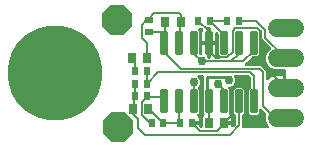
<source format=gbr>
G04 EAGLE Gerber RS-274X export*
G75*
%MOMM*%
%FSLAX34Y34*%
%LPD*%
%INTop Copper*%
%IPPOS*%
%AMOC8*
5,1,8,0,0,1.08239X$1,22.5*%
G01*
%ADD10C,0.300000*%
%ADD11R,0.600000X0.700000*%
%ADD12R,0.700000X0.600000*%
%ADD13R,0.700000X0.900000*%
%ADD14C,1.524000*%
%ADD15P,2.763017X8X112.500000*%
%ADD16C,8.000000*%
%ADD17P,2.763017X8X22.500000*%
%ADD18C,0.152400*%
%ADD19C,0.756400*%
%ADD20C,0.254000*%

G36*
X316338Y206550D02*
X316338Y206550D01*
X316481Y206563D01*
X316496Y206569D01*
X316513Y206571D01*
X316645Y206622D01*
X316780Y206671D01*
X316794Y206680D01*
X316809Y206686D01*
X316925Y206769D01*
X317043Y206849D01*
X317054Y206862D01*
X317068Y206871D01*
X317159Y206981D01*
X317254Y207088D01*
X317261Y207103D01*
X317272Y207115D01*
X317333Y207244D01*
X317398Y207371D01*
X317402Y207387D01*
X317409Y207402D01*
X317437Y207542D01*
X317468Y207681D01*
X317467Y207698D01*
X317471Y207714D01*
X317463Y207856D01*
X317458Y207999D01*
X317454Y208015D01*
X317453Y208032D01*
X317410Y208168D01*
X317370Y208305D01*
X317361Y208319D01*
X317356Y208335D01*
X317281Y208455D01*
X317208Y208579D01*
X317193Y208596D01*
X317188Y208604D01*
X317174Y208617D01*
X317102Y208699D01*
X316351Y209450D01*
X314959Y212811D01*
X314959Y216449D01*
X315387Y217481D01*
X315395Y217510D01*
X315408Y217536D01*
X315412Y217553D01*
X315417Y217563D01*
X315431Y217637D01*
X315436Y217663D01*
X315471Y217788D01*
X315471Y217817D01*
X315478Y217846D01*
X315474Y217976D01*
X315476Y218106D01*
X315469Y218135D01*
X315468Y218164D01*
X315432Y218289D01*
X315402Y218415D01*
X315388Y218441D01*
X315380Y218470D01*
X315314Y218581D01*
X315253Y218696D01*
X315233Y218718D01*
X315218Y218744D01*
X315112Y218864D01*
X311491Y222485D01*
X311382Y222570D01*
X311275Y222658D01*
X311256Y222667D01*
X311240Y222680D01*
X311112Y222735D01*
X310987Y222794D01*
X310967Y222798D01*
X310948Y222806D01*
X310810Y222828D01*
X310674Y222854D01*
X310654Y222853D01*
X310634Y222856D01*
X310495Y222843D01*
X310357Y222834D01*
X310338Y222828D01*
X310318Y222826D01*
X310186Y222779D01*
X310055Y222736D01*
X310037Y222725D01*
X310018Y222718D01*
X309903Y222640D01*
X309786Y222566D01*
X309772Y222551D01*
X309755Y222540D01*
X309663Y222435D01*
X309568Y222334D01*
X309558Y222317D01*
X309545Y222301D01*
X309481Y222177D01*
X309414Y222056D01*
X309409Y222036D01*
X309400Y222018D01*
X309370Y221882D01*
X309335Y221748D01*
X309333Y221720D01*
X309330Y221708D01*
X309331Y221687D01*
X309325Y221587D01*
X309325Y219647D01*
X307553Y217875D01*
X302047Y217875D01*
X300275Y219647D01*
X300275Y238853D01*
X302142Y240719D01*
X302202Y240797D01*
X302270Y240869D01*
X302299Y240922D01*
X302336Y240970D01*
X302376Y241061D01*
X302424Y241148D01*
X302439Y241207D01*
X302463Y241262D01*
X302478Y241360D01*
X302503Y241456D01*
X302509Y241556D01*
X302513Y241576D01*
X302511Y241589D01*
X302513Y241617D01*
X302513Y248717D01*
X302501Y248815D01*
X302498Y248914D01*
X302481Y248972D01*
X302473Y249033D01*
X302437Y249125D01*
X302409Y249220D01*
X302379Y249272D01*
X302356Y249328D01*
X302298Y249408D01*
X302248Y249494D01*
X302182Y249569D01*
X302170Y249586D01*
X302160Y249593D01*
X302142Y249615D01*
X300669Y251088D01*
X300590Y251148D01*
X300518Y251216D01*
X300465Y251245D01*
X300417Y251282D01*
X300326Y251322D01*
X300240Y251370D01*
X300181Y251385D01*
X300125Y251409D01*
X300027Y251424D01*
X299932Y251449D01*
X299832Y251455D01*
X299811Y251459D01*
X299799Y251457D01*
X299771Y251459D01*
X289176Y251459D01*
X289127Y251453D01*
X289077Y251455D01*
X288970Y251433D01*
X288860Y251419D01*
X288814Y251401D01*
X288766Y251391D01*
X288667Y251343D01*
X288565Y251302D01*
X288525Y251273D01*
X288480Y251251D01*
X288396Y251180D01*
X288307Y251116D01*
X288276Y251077D01*
X288238Y251045D01*
X288175Y250955D01*
X288105Y250871D01*
X288083Y250826D01*
X288055Y250785D01*
X288016Y250682D01*
X287969Y250583D01*
X287960Y250534D01*
X287942Y250488D01*
X287930Y250378D01*
X287909Y250271D01*
X287912Y250221D01*
X287907Y250172D01*
X287922Y250063D01*
X287929Y249953D01*
X287944Y249906D01*
X287951Y249857D01*
X288003Y249704D01*
X288744Y247916D01*
X288744Y245804D01*
X287936Y243854D01*
X286444Y242361D01*
X284493Y241553D01*
X284289Y241553D01*
X284151Y241536D01*
X284012Y241523D01*
X283993Y241516D01*
X283973Y241513D01*
X283844Y241462D01*
X283713Y241415D01*
X283696Y241404D01*
X283677Y241396D01*
X283565Y241315D01*
X283450Y241237D01*
X283436Y241221D01*
X283420Y241210D01*
X283331Y241102D01*
X283239Y240998D01*
X283230Y240980D01*
X283217Y240965D01*
X283158Y240838D01*
X283095Y240715D01*
X283090Y240695D01*
X283082Y240677D01*
X283056Y240540D01*
X283025Y240405D01*
X283026Y240384D01*
X283022Y240365D01*
X283031Y240226D01*
X283035Y240087D01*
X283040Y240067D01*
X283042Y240047D01*
X283084Y239915D01*
X283123Y239781D01*
X283133Y239764D01*
X283140Y239745D01*
X283214Y239627D01*
X283285Y239507D01*
X283303Y239486D01*
X283310Y239476D01*
X283325Y239462D01*
X283391Y239387D01*
X283925Y238853D01*
X283925Y219647D01*
X283891Y219613D01*
X283814Y219514D01*
X283732Y219419D01*
X283717Y219389D01*
X283696Y219362D01*
X283646Y219247D01*
X283590Y219134D01*
X283583Y219101D01*
X283570Y219070D01*
X283550Y218946D01*
X283524Y218823D01*
X283525Y218789D01*
X283520Y218756D01*
X283532Y218631D01*
X283537Y218505D01*
X283546Y218473D01*
X283550Y218439D01*
X283592Y218321D01*
X283628Y218201D01*
X283646Y218172D01*
X283657Y218140D01*
X283728Y218036D01*
X283793Y217928D01*
X283817Y217905D01*
X283836Y217877D01*
X283930Y217794D01*
X284020Y217706D01*
X284060Y217679D01*
X284074Y217667D01*
X284093Y217657D01*
X284154Y217617D01*
X284610Y217353D01*
X285083Y216880D01*
X285418Y216301D01*
X285591Y215654D01*
X285591Y212569D01*
X280030Y212569D01*
X279912Y212554D01*
X279793Y212547D01*
X279755Y212534D01*
X279715Y212529D01*
X279604Y212486D01*
X279491Y212449D01*
X279457Y212427D01*
X279419Y212412D01*
X279323Y212343D01*
X279222Y212279D01*
X279194Y212249D01*
X279162Y212226D01*
X279086Y212134D01*
X279004Y212047D01*
X278985Y212012D01*
X278959Y211981D01*
X278908Y211873D01*
X278851Y211769D01*
X278841Y211729D01*
X278823Y211693D01*
X278801Y211576D01*
X278795Y211574D01*
X278754Y211569D01*
X278644Y211525D01*
X278531Y211489D01*
X278496Y211467D01*
X278459Y211452D01*
X278362Y211382D01*
X278262Y211319D01*
X278234Y211289D01*
X278201Y211265D01*
X278125Y211174D01*
X278044Y211087D01*
X278024Y211052D01*
X277999Y211020D01*
X277948Y210913D01*
X277890Y210808D01*
X277880Y210769D01*
X277863Y210733D01*
X277841Y210616D01*
X277811Y210500D01*
X277807Y210440D01*
X277803Y210420D01*
X277805Y210400D01*
X277801Y210340D01*
X277801Y208019D01*
X277815Y207905D01*
X277822Y207789D01*
X277835Y207747D01*
X277841Y207703D01*
X277883Y207596D01*
X277918Y207486D01*
X277941Y207449D01*
X277958Y207408D01*
X278025Y207314D01*
X278087Y207216D01*
X278118Y207186D01*
X278144Y207150D01*
X278233Y207077D01*
X278317Y206997D01*
X278355Y206976D01*
X278389Y206947D01*
X278494Y206898D01*
X278594Y206842D01*
X278637Y206831D01*
X278677Y206812D01*
X278790Y206790D01*
X278902Y206761D01*
X278969Y206756D01*
X278989Y206752D01*
X279009Y206753D01*
X279063Y206750D01*
X280023Y206744D01*
X280144Y206759D01*
X280267Y206766D01*
X280302Y206778D01*
X280338Y206782D01*
X280453Y206827D01*
X280569Y206864D01*
X280600Y206884D01*
X280635Y206897D01*
X280735Y206969D01*
X280838Y207034D01*
X280863Y207061D01*
X280893Y207083D01*
X280972Y207177D01*
X281056Y207266D01*
X281074Y207298D01*
X281097Y207326D01*
X281150Y207437D01*
X281210Y207545D01*
X281219Y207580D01*
X281235Y207613D01*
X281258Y207734D01*
X281289Y207853D01*
X281292Y207906D01*
X281296Y207925D01*
X281295Y207947D01*
X281299Y208013D01*
X281299Y209071D01*
X285591Y209071D01*
X285591Y208577D01*
X285608Y208439D01*
X285621Y208301D01*
X285628Y208281D01*
X285631Y208261D01*
X285682Y208132D01*
X285729Y208001D01*
X285740Y207984D01*
X285748Y207966D01*
X285829Y207853D01*
X285907Y207738D01*
X285923Y207725D01*
X285934Y207708D01*
X286042Y207620D01*
X286146Y207528D01*
X286164Y207518D01*
X286179Y207506D01*
X286305Y207446D01*
X286429Y207383D01*
X286449Y207379D01*
X286467Y207370D01*
X286604Y207344D01*
X286739Y207313D01*
X286760Y207314D01*
X286779Y207310D01*
X286918Y207319D01*
X287057Y207323D01*
X287077Y207329D01*
X287097Y207330D01*
X287229Y207373D01*
X287363Y207411D01*
X287380Y207422D01*
X287399Y207428D01*
X287517Y207502D01*
X287637Y207573D01*
X287658Y207592D01*
X287668Y207598D01*
X287682Y207613D01*
X287757Y207679D01*
X289442Y209363D01*
X289502Y209442D01*
X289570Y209514D01*
X289599Y209567D01*
X289636Y209615D01*
X289676Y209706D01*
X289724Y209792D01*
X289739Y209851D01*
X289763Y209907D01*
X289778Y210004D01*
X289803Y210100D01*
X289809Y210200D01*
X289813Y210221D01*
X289811Y210233D01*
X289813Y210261D01*
X289813Y216883D01*
X289801Y216982D01*
X289798Y217081D01*
X289781Y217139D01*
X289773Y217199D01*
X289737Y217291D01*
X289709Y217386D01*
X289679Y217438D01*
X289656Y217495D01*
X289598Y217575D01*
X289548Y217660D01*
X289482Y217735D01*
X289470Y217752D01*
X289460Y217760D01*
X289442Y217781D01*
X287575Y219647D01*
X287575Y238853D01*
X289347Y240625D01*
X294853Y240625D01*
X296625Y238853D01*
X296625Y219647D01*
X294758Y217781D01*
X294698Y217703D01*
X294630Y217631D01*
X294601Y217578D01*
X294564Y217530D01*
X294524Y217439D01*
X294476Y217352D01*
X294461Y217293D01*
X294437Y217238D01*
X294422Y217140D01*
X294397Y217044D01*
X294391Y216944D01*
X294387Y216924D01*
X294389Y216911D01*
X294387Y216883D01*
X294387Y207922D01*
X294401Y207808D01*
X294408Y207692D01*
X294421Y207650D01*
X294427Y207606D01*
X294469Y207499D01*
X294504Y207389D01*
X294527Y207352D01*
X294544Y207311D01*
X294611Y207217D01*
X294673Y207120D01*
X294704Y207089D01*
X294730Y207053D01*
X294819Y206980D01*
X294903Y206900D01*
X294941Y206879D01*
X294975Y206851D01*
X295080Y206802D01*
X295180Y206745D01*
X295223Y206734D01*
X295263Y206715D01*
X295376Y206693D01*
X295488Y206664D01*
X295555Y206659D01*
X295575Y206655D01*
X295595Y206656D01*
X295649Y206653D01*
X316197Y206533D01*
X316338Y206550D01*
G37*
G36*
X330826Y240046D02*
X330826Y240046D01*
X330945Y240053D01*
X330983Y240066D01*
X331024Y240071D01*
X331134Y240115D01*
X331247Y240151D01*
X331282Y240173D01*
X331319Y240188D01*
X331415Y240258D01*
X331516Y240321D01*
X331544Y240351D01*
X331577Y240375D01*
X331653Y240466D01*
X331734Y240553D01*
X331754Y240588D01*
X331779Y240620D01*
X331830Y240727D01*
X331888Y240832D01*
X331898Y240871D01*
X331915Y240907D01*
X331937Y241024D01*
X331967Y241139D01*
X331971Y241200D01*
X331975Y241220D01*
X331973Y241240D01*
X331977Y241300D01*
X331977Y255016D01*
X331962Y255134D01*
X331955Y255253D01*
X331942Y255291D01*
X331937Y255332D01*
X331894Y255442D01*
X331857Y255555D01*
X331835Y255590D01*
X331820Y255627D01*
X331751Y255723D01*
X331687Y255824D01*
X331657Y255852D01*
X331634Y255885D01*
X331542Y255961D01*
X331455Y256042D01*
X331420Y256062D01*
X331389Y256087D01*
X331281Y256138D01*
X331177Y256196D01*
X331137Y256206D01*
X331101Y256223D01*
X330984Y256245D01*
X330869Y256275D01*
X330809Y256279D01*
X330789Y256283D01*
X330768Y256281D01*
X330708Y256285D01*
X322285Y256285D01*
X318924Y257677D01*
X316351Y260250D01*
X314959Y263611D01*
X314959Y267249D01*
X316351Y270610D01*
X318933Y273192D01*
X319006Y273286D01*
X319085Y273375D01*
X319103Y273411D01*
X319128Y273443D01*
X319176Y273553D01*
X319230Y273658D01*
X319238Y273698D01*
X319255Y273735D01*
X319273Y273853D01*
X319299Y273969D01*
X319298Y274009D01*
X319304Y274049D01*
X319293Y274168D01*
X319290Y274287D01*
X319278Y274325D01*
X319275Y274366D01*
X319234Y274478D01*
X319201Y274592D01*
X319181Y274627D01*
X319167Y274665D01*
X319100Y274764D01*
X319040Y274866D01*
X319000Y274911D01*
X318988Y274928D01*
X318973Y274942D01*
X318933Y274987D01*
X311911Y282009D01*
X311911Y288341D01*
X311899Y288439D01*
X311896Y288538D01*
X311879Y288596D01*
X311871Y288657D01*
X311835Y288748D01*
X311808Y288843D01*
X311777Y288896D01*
X311754Y288952D01*
X311696Y289032D01*
X311646Y289117D01*
X311579Y289193D01*
X311568Y289210D01*
X311558Y289217D01*
X311540Y289238D01*
X311492Y289286D01*
X311382Y289372D01*
X311275Y289460D01*
X311256Y289469D01*
X311241Y289481D01*
X311113Y289537D01*
X310987Y289596D01*
X310967Y289600D01*
X310949Y289608D01*
X310811Y289630D01*
X310674Y289656D01*
X310654Y289655D01*
X310635Y289658D01*
X310496Y289645D01*
X310357Y289636D01*
X310338Y289630D01*
X310318Y289628D01*
X310187Y289581D01*
X310055Y289538D01*
X310038Y289527D01*
X310019Y289521D01*
X309904Y289442D01*
X309786Y289368D01*
X309772Y289353D01*
X309756Y289342D01*
X309664Y289238D01*
X309568Y289136D01*
X309558Y289119D01*
X309545Y289104D01*
X309482Y288980D01*
X309414Y288858D01*
X309409Y288838D01*
X309400Y288820D01*
X309370Y288684D01*
X309335Y288550D01*
X309333Y288522D01*
X309331Y288510D01*
X309331Y288490D01*
X309325Y288389D01*
X309325Y269147D01*
X307553Y267375D01*
X304043Y267375D01*
X303945Y267363D01*
X303846Y267360D01*
X303787Y267343D01*
X303727Y267335D01*
X303635Y267299D01*
X303540Y267271D01*
X303488Y267241D01*
X303432Y267218D01*
X303352Y267160D01*
X303266Y267110D01*
X303191Y267044D01*
X303174Y267032D01*
X303167Y267022D01*
X303145Y267004D01*
X298624Y262483D01*
X298624Y262482D01*
X297389Y261247D01*
X297305Y261138D01*
X297216Y261031D01*
X297207Y261012D01*
X297194Y260996D01*
X297139Y260869D01*
X297080Y260743D01*
X297076Y260723D01*
X297068Y260704D01*
X297046Y260566D01*
X297020Y260430D01*
X297021Y260410D01*
X297018Y260390D01*
X297031Y260251D01*
X297040Y260113D01*
X297046Y260094D01*
X297048Y260074D01*
X297095Y259942D01*
X297138Y259811D01*
X297149Y259793D01*
X297156Y259774D01*
X297234Y259659D01*
X297308Y259542D01*
X297323Y259528D01*
X297334Y259511D01*
X297438Y259419D01*
X297540Y259324D01*
X297558Y259314D01*
X297573Y259301D01*
X297696Y259238D01*
X297818Y259170D01*
X297838Y259165D01*
X297856Y259156D01*
X297992Y259126D01*
X298126Y259091D01*
X298154Y259089D01*
X298166Y259086D01*
X298187Y259087D01*
X298287Y259081D01*
X310573Y259081D01*
X314707Y254947D01*
X314707Y248066D01*
X314724Y247928D01*
X314737Y247790D01*
X314744Y247771D01*
X314747Y247751D01*
X314798Y247621D01*
X314845Y247491D01*
X314856Y247474D01*
X314864Y247455D01*
X314945Y247343D01*
X315023Y247228D01*
X315039Y247214D01*
X315050Y247198D01*
X315158Y247109D01*
X315262Y247017D01*
X315280Y247008D01*
X315295Y246995D01*
X315421Y246936D01*
X315545Y246873D01*
X315565Y246868D01*
X315583Y246859D01*
X315720Y246833D01*
X315855Y246803D01*
X315876Y246804D01*
X315895Y246800D01*
X316034Y246808D01*
X316173Y246813D01*
X316193Y246818D01*
X316213Y246819D01*
X316345Y246862D01*
X316479Y246901D01*
X316496Y246911D01*
X316515Y246917D01*
X316633Y246992D01*
X316753Y247063D01*
X316774Y247081D01*
X316784Y247088D01*
X316798Y247103D01*
X316874Y247169D01*
X317485Y247780D01*
X318779Y248720D01*
X320204Y249446D01*
X321725Y249941D01*
X323304Y250191D01*
X329185Y250191D01*
X329185Y241300D01*
X329200Y241182D01*
X329207Y241063D01*
X329220Y241025D01*
X329225Y240985D01*
X329268Y240874D01*
X329305Y240761D01*
X329327Y240727D01*
X329342Y240689D01*
X329412Y240593D01*
X329475Y240492D01*
X329505Y240464D01*
X329528Y240432D01*
X329620Y240356D01*
X329707Y240274D01*
X329742Y240255D01*
X329773Y240229D01*
X329881Y240178D01*
X329985Y240121D01*
X330025Y240110D01*
X330061Y240093D01*
X330178Y240071D01*
X330293Y240041D01*
X330354Y240037D01*
X330374Y240033D01*
X330394Y240035D01*
X330454Y240031D01*
X330708Y240031D01*
X330826Y240046D01*
G37*
G36*
X267048Y265360D02*
X267048Y265360D01*
X267167Y265367D01*
X267205Y265380D01*
X267246Y265385D01*
X267356Y265428D01*
X267469Y265465D01*
X267504Y265487D01*
X267541Y265502D01*
X267637Y265571D01*
X267738Y265635D01*
X267766Y265665D01*
X267799Y265688D01*
X267875Y265780D01*
X267956Y265867D01*
X267976Y265902D01*
X268001Y265933D01*
X268052Y266041D01*
X268110Y266145D01*
X268120Y266185D01*
X268137Y266221D01*
X268159Y266338D01*
X268189Y266453D01*
X268193Y266513D01*
X268197Y266533D01*
X268195Y266554D01*
X268199Y266614D01*
X268199Y277251D01*
X272241Y277251D01*
X272241Y269868D01*
X271965Y268840D01*
X271433Y267919D01*
X271026Y267512D01*
X270941Y267402D01*
X270852Y267295D01*
X270843Y267276D01*
X270831Y267260D01*
X270776Y267132D01*
X270717Y267007D01*
X270713Y266987D01*
X270705Y266968D01*
X270683Y266830D01*
X270657Y266694D01*
X270658Y266674D01*
X270655Y266654D01*
X270668Y266515D01*
X270676Y266377D01*
X270683Y266358D01*
X270685Y266338D01*
X270732Y266207D01*
X270775Y266075D01*
X270785Y266057D01*
X270792Y266038D01*
X270870Y265924D01*
X270945Y265806D01*
X270959Y265792D01*
X270971Y265775D01*
X271075Y265683D01*
X271176Y265588D01*
X271194Y265578D01*
X271209Y265565D01*
X271333Y265502D01*
X271455Y265434D01*
X271474Y265429D01*
X271492Y265420D01*
X271628Y265390D01*
X271763Y265355D01*
X271791Y265353D01*
X271803Y265350D01*
X271823Y265351D01*
X271923Y265345D01*
X275613Y265345D01*
X275751Y265362D01*
X275890Y265375D01*
X275909Y265382D01*
X275929Y265385D01*
X276058Y265436D01*
X276189Y265483D01*
X276206Y265494D01*
X276225Y265502D01*
X276337Y265583D01*
X276452Y265661D01*
X276466Y265677D01*
X276482Y265688D01*
X276571Y265796D01*
X276663Y265900D01*
X276672Y265918D01*
X276685Y265933D01*
X276744Y266059D01*
X276807Y266183D01*
X276812Y266203D01*
X276820Y266221D01*
X276846Y266358D01*
X276877Y266493D01*
X276876Y266514D01*
X276880Y266533D01*
X276871Y266672D01*
X276867Y266811D01*
X276862Y266831D01*
X276860Y266851D01*
X276818Y266983D01*
X276779Y267117D01*
X276769Y267134D01*
X276762Y267153D01*
X276688Y267271D01*
X276617Y267391D01*
X276599Y267412D01*
X276592Y267422D01*
X276577Y267436D01*
X276511Y267511D01*
X274875Y269147D01*
X274875Y286435D01*
X274863Y286533D01*
X274860Y286632D01*
X274843Y286690D01*
X274835Y286751D01*
X274799Y286842D01*
X274772Y286938D01*
X274741Y286990D01*
X274718Y287046D01*
X274660Y287126D01*
X274610Y287212D01*
X274544Y287287D01*
X274532Y287304D01*
X274522Y287311D01*
X274504Y287332D01*
X274408Y287428D01*
X274316Y287499D01*
X274293Y287522D01*
X274280Y287529D01*
X274191Y287602D01*
X274172Y287611D01*
X274156Y287623D01*
X274029Y287679D01*
X273903Y287738D01*
X273883Y287742D01*
X273865Y287750D01*
X273727Y287772D01*
X273590Y287798D01*
X273570Y287797D01*
X273550Y287800D01*
X273412Y287787D01*
X273273Y287778D01*
X273254Y287772D01*
X273234Y287770D01*
X273103Y287723D01*
X272971Y287680D01*
X272954Y287669D01*
X272935Y287662D01*
X272819Y287584D01*
X272702Y287510D01*
X272688Y287495D01*
X272671Y287484D01*
X272579Y287380D01*
X272484Y287278D01*
X272474Y287261D01*
X272461Y287245D01*
X272398Y287121D01*
X272330Y287000D01*
X272325Y286980D01*
X272316Y286962D01*
X272286Y286826D01*
X272251Y286692D01*
X272249Y286664D01*
X272247Y286652D01*
X272247Y286632D01*
X272244Y286578D01*
X272243Y286576D01*
X272243Y286574D01*
X272241Y286531D01*
X272241Y280249D01*
X268199Y280249D01*
X268199Y290886D01*
X268184Y291004D01*
X268177Y291123D01*
X268164Y291161D01*
X268159Y291202D01*
X268116Y291312D01*
X268079Y291425D01*
X268057Y291460D01*
X268042Y291497D01*
X267973Y291593D01*
X267909Y291694D01*
X267879Y291722D01*
X267856Y291755D01*
X267764Y291831D01*
X267677Y291912D01*
X267642Y291932D01*
X267611Y291957D01*
X267503Y292008D01*
X267399Y292066D01*
X267359Y292076D01*
X267323Y292093D01*
X267206Y292115D01*
X267091Y292145D01*
X267031Y292149D01*
X267011Y292153D01*
X266990Y292151D01*
X266930Y292155D01*
X266470Y292155D01*
X266352Y292140D01*
X266233Y292133D01*
X266195Y292120D01*
X266154Y292115D01*
X266044Y292072D01*
X265931Y292035D01*
X265896Y292013D01*
X265859Y291998D01*
X265762Y291929D01*
X265662Y291865D01*
X265634Y291835D01*
X265601Y291812D01*
X265525Y291720D01*
X265444Y291633D01*
X265424Y291598D01*
X265399Y291567D01*
X265348Y291459D01*
X265290Y291355D01*
X265280Y291315D01*
X265263Y291279D01*
X265241Y291162D01*
X265211Y291047D01*
X265207Y290987D01*
X265203Y290967D01*
X265205Y290946D01*
X265201Y290886D01*
X265201Y280249D01*
X261159Y280249D01*
X261159Y287632D01*
X261435Y288660D01*
X261767Y289235D01*
X261818Y289358D01*
X261875Y289477D01*
X261880Y289504D01*
X261890Y289529D01*
X261910Y289660D01*
X261935Y289790D01*
X261933Y289816D01*
X261937Y289843D01*
X261923Y289975D01*
X261915Y290107D01*
X261906Y290133D01*
X261904Y290159D01*
X261858Y290283D01*
X261817Y290409D01*
X261802Y290432D01*
X261793Y290458D01*
X261717Y290566D01*
X261647Y290678D01*
X261627Y290697D01*
X261612Y290719D01*
X261511Y290805D01*
X261415Y290896D01*
X261391Y290909D01*
X261371Y290927D01*
X261252Y290986D01*
X261136Y291050D01*
X261110Y291056D01*
X261086Y291068D01*
X260956Y291096D01*
X260829Y291129D01*
X260790Y291131D01*
X260775Y291135D01*
X260753Y291134D01*
X260668Y291139D01*
X258803Y291139D01*
X258665Y291122D01*
X258526Y291109D01*
X258507Y291102D01*
X258487Y291099D01*
X258358Y291048D01*
X258227Y291001D01*
X258210Y290990D01*
X258191Y290982D01*
X258079Y290901D01*
X257964Y290823D01*
X257950Y290807D01*
X257934Y290796D01*
X257845Y290688D01*
X257753Y290584D01*
X257744Y290566D01*
X257731Y290551D01*
X257672Y290425D01*
X257609Y290301D01*
X257604Y290281D01*
X257596Y290263D01*
X257570Y290126D01*
X257539Y289991D01*
X257540Y289970D01*
X257536Y289951D01*
X257545Y289812D01*
X257549Y289673D01*
X257554Y289653D01*
X257556Y289633D01*
X257598Y289501D01*
X257637Y289367D01*
X257647Y289350D01*
X257654Y289331D01*
X257728Y289213D01*
X257799Y289093D01*
X257817Y289072D01*
X257824Y289062D01*
X257839Y289048D01*
X257905Y288973D01*
X258525Y288353D01*
X258525Y269593D01*
X258540Y269475D01*
X258547Y269356D01*
X258560Y269318D01*
X258565Y269277D01*
X258608Y269167D01*
X258645Y269054D01*
X258667Y269019D01*
X258682Y268982D01*
X258751Y268886D01*
X258815Y268785D01*
X258845Y268757D01*
X258868Y268724D01*
X258960Y268648D01*
X259047Y268567D01*
X259082Y268547D01*
X259113Y268522D01*
X259221Y268471D01*
X259325Y268413D01*
X259365Y268403D01*
X259401Y268386D01*
X259518Y268364D01*
X259633Y268334D01*
X259693Y268330D01*
X259713Y268326D01*
X259734Y268328D01*
X259794Y268324D01*
X259919Y268324D01*
X260044Y268339D01*
X260169Y268349D01*
X260201Y268359D01*
X260234Y268364D01*
X260351Y268410D01*
X260471Y268450D01*
X260499Y268468D01*
X260530Y268481D01*
X260632Y268554D01*
X260738Y268623D01*
X260760Y268648D01*
X260788Y268667D01*
X260868Y268764D01*
X260953Y268857D01*
X260969Y268886D01*
X260990Y268912D01*
X261044Y269026D01*
X261103Y269137D01*
X261112Y269170D01*
X261126Y269200D01*
X261149Y269323D01*
X261180Y269446D01*
X261179Y269479D01*
X261186Y269512D01*
X261178Y269638D01*
X261177Y269764D01*
X261167Y269812D01*
X261166Y269830D01*
X261159Y269850D01*
X261159Y277251D01*
X265201Y277251D01*
X265201Y266614D01*
X265216Y266496D01*
X265223Y266377D01*
X265235Y266339D01*
X265241Y266298D01*
X265284Y266187D01*
X265321Y266075D01*
X265343Y266040D01*
X265358Y266003D01*
X265427Y265907D01*
X265491Y265806D01*
X265521Y265778D01*
X265544Y265745D01*
X265636Y265669D01*
X265723Y265588D01*
X265758Y265568D01*
X265789Y265543D01*
X265897Y265492D01*
X266001Y265434D01*
X266041Y265424D01*
X266077Y265407D01*
X266194Y265385D01*
X266309Y265355D01*
X266369Y265351D01*
X266389Y265347D01*
X266410Y265349D01*
X266470Y265345D01*
X266930Y265345D01*
X267048Y265360D01*
G37*
G36*
X260370Y206874D02*
X260370Y206874D01*
X260493Y206882D01*
X260528Y206893D01*
X260564Y206897D01*
X260679Y206942D01*
X260795Y206980D01*
X260826Y206999D01*
X260861Y207013D01*
X260960Y207084D01*
X261064Y207150D01*
X261089Y207177D01*
X261119Y207198D01*
X261198Y207292D01*
X261282Y207382D01*
X261300Y207414D01*
X261323Y207442D01*
X261376Y207553D01*
X261436Y207660D01*
X261445Y207696D01*
X261461Y207729D01*
X261484Y207849D01*
X261515Y207968D01*
X261518Y208022D01*
X261522Y208041D01*
X261521Y208062D01*
X261525Y208129D01*
X261525Y215952D01*
X262699Y217125D01*
X262752Y217161D01*
X262766Y217177D01*
X262782Y217188D01*
X262871Y217296D01*
X262963Y217400D01*
X262972Y217418D01*
X262985Y217433D01*
X263044Y217559D01*
X263107Y217683D01*
X263112Y217703D01*
X263120Y217721D01*
X263146Y217858D01*
X263177Y217993D01*
X263176Y218014D01*
X263180Y218033D01*
X263172Y218172D01*
X263167Y218311D01*
X263162Y218331D01*
X263160Y218351D01*
X263118Y218483D01*
X263079Y218617D01*
X263069Y218634D01*
X263062Y218653D01*
X262988Y218771D01*
X262917Y218891D01*
X262899Y218912D01*
X262892Y218922D01*
X262877Y218936D01*
X262811Y219011D01*
X262175Y219647D01*
X262175Y238901D01*
X262204Y238938D01*
X262244Y239029D01*
X262292Y239116D01*
X262307Y239175D01*
X262331Y239230D01*
X262346Y239328D01*
X262371Y239424D01*
X262377Y239524D01*
X262381Y239544D01*
X262379Y239557D01*
X262381Y239585D01*
X262381Y250190D01*
X262366Y250308D01*
X262359Y250427D01*
X262346Y250465D01*
X262341Y250506D01*
X262298Y250616D01*
X262261Y250729D01*
X262239Y250764D01*
X262224Y250801D01*
X262155Y250897D01*
X262091Y250998D01*
X262061Y251026D01*
X262038Y251059D01*
X261946Y251135D01*
X261859Y251216D01*
X261824Y251236D01*
X261793Y251261D01*
X261685Y251312D01*
X261581Y251370D01*
X261541Y251380D01*
X261505Y251397D01*
X261388Y251419D01*
X261273Y251449D01*
X261213Y251453D01*
X261193Y251457D01*
X261172Y251455D01*
X261112Y251459D01*
X258220Y251459D01*
X258082Y251442D01*
X257943Y251429D01*
X257924Y251422D01*
X257904Y251419D01*
X257775Y251368D01*
X257644Y251321D01*
X257627Y251310D01*
X257609Y251302D01*
X257496Y251221D01*
X257381Y251143D01*
X257368Y251127D01*
X257351Y251116D01*
X257262Y251008D01*
X257171Y250904D01*
X257161Y250886D01*
X257148Y250871D01*
X257089Y250745D01*
X257026Y250621D01*
X257022Y250601D01*
X257013Y250583D01*
X256987Y250446D01*
X256956Y250311D01*
X256957Y250290D01*
X256953Y250271D01*
X256962Y250132D01*
X256966Y249993D01*
X256972Y249973D01*
X256973Y249953D01*
X257016Y249821D01*
X257054Y249687D01*
X257065Y249670D01*
X257071Y249651D01*
X257145Y249533D01*
X257216Y249413D01*
X257234Y249392D01*
X257241Y249382D01*
X257256Y249368D01*
X257322Y249293D01*
X258499Y248116D01*
X259307Y246166D01*
X259307Y244054D01*
X258499Y242104D01*
X257784Y241389D01*
X257711Y241295D01*
X257632Y241206D01*
X257614Y241170D01*
X257589Y241138D01*
X257541Y241028D01*
X257487Y240922D01*
X257479Y240883D01*
X257462Y240846D01*
X257444Y240728D01*
X257418Y240612D01*
X257419Y240572D01*
X257413Y240532D01*
X257424Y240413D01*
X257427Y240294D01*
X257439Y240255D01*
X257442Y240215D01*
X257483Y240103D01*
X257516Y239989D01*
X257536Y239954D01*
X257550Y239916D01*
X257617Y239817D01*
X257677Y239715D01*
X257717Y239669D01*
X257729Y239653D01*
X257744Y239639D01*
X257784Y239594D01*
X258525Y238853D01*
X258525Y219647D01*
X257118Y218240D01*
X257045Y218146D01*
X256966Y218057D01*
X256948Y218021D01*
X256923Y217989D01*
X256876Y217880D01*
X256822Y217774D01*
X256813Y217734D01*
X256797Y217697D01*
X256778Y217579D01*
X256752Y217463D01*
X256753Y217423D01*
X256747Y217383D01*
X256758Y217264D01*
X256762Y217146D01*
X256773Y217107D01*
X256777Y217066D01*
X256817Y216954D01*
X256850Y216840D01*
X256870Y216805D01*
X256884Y216767D01*
X256951Y216669D01*
X257011Y216566D01*
X257051Y216521D01*
X257063Y216504D01*
X257078Y216491D01*
X257118Y216445D01*
X257683Y215880D01*
X258018Y215301D01*
X258191Y214654D01*
X258191Y212319D01*
X252880Y212319D01*
X252762Y212304D01*
X252643Y212297D01*
X252605Y212284D01*
X252565Y212279D01*
X252454Y212236D01*
X252341Y212199D01*
X252307Y212177D01*
X252269Y212162D01*
X252173Y212093D01*
X252072Y212029D01*
X252044Y211999D01*
X252012Y211976D01*
X251936Y211884D01*
X251854Y211797D01*
X251835Y211762D01*
X251809Y211731D01*
X251758Y211623D01*
X251701Y211519D01*
X251691Y211479D01*
X251673Y211443D01*
X251651Y211326D01*
X251621Y211211D01*
X251617Y211151D01*
X251614Y211131D01*
X251615Y211110D01*
X251611Y211050D01*
X251611Y210590D01*
X251626Y210472D01*
X251633Y210353D01*
X251646Y210315D01*
X251651Y210274D01*
X251695Y210164D01*
X251731Y210051D01*
X251753Y210016D01*
X251768Y209979D01*
X251838Y209882D01*
X251901Y209782D01*
X251931Y209754D01*
X251955Y209721D01*
X252046Y209645D01*
X252133Y209564D01*
X252168Y209544D01*
X252200Y209519D01*
X252307Y209468D01*
X252412Y209410D01*
X252451Y209400D01*
X252487Y209383D01*
X252604Y209361D01*
X252720Y209331D01*
X252780Y209327D01*
X252800Y209323D01*
X252820Y209325D01*
X252880Y209321D01*
X258191Y209321D01*
X258191Y208133D01*
X258205Y208019D01*
X258212Y207904D01*
X258225Y207862D01*
X258231Y207818D01*
X258273Y207711D01*
X258308Y207601D01*
X258331Y207563D01*
X258348Y207522D01*
X258415Y207429D01*
X258477Y207331D01*
X258509Y207301D01*
X258534Y207265D01*
X258623Y207191D01*
X258707Y207112D01*
X258745Y207090D01*
X258779Y207062D01*
X258884Y207013D01*
X258984Y206957D01*
X259027Y206945D01*
X259067Y206926D01*
X259180Y206905D01*
X259292Y206875D01*
X259359Y206871D01*
X259379Y206867D01*
X259399Y206868D01*
X259453Y206864D01*
X260249Y206859D01*
X260370Y206874D01*
G37*
D10*
X230100Y237600D02*
X230100Y220900D01*
X227100Y220900D01*
X227100Y237600D01*
X230100Y237600D01*
X230100Y223750D02*
X227100Y223750D01*
X227100Y226600D02*
X230100Y226600D01*
X230100Y229450D02*
X227100Y229450D01*
X227100Y232300D02*
X230100Y232300D01*
X230100Y235150D02*
X227100Y235150D01*
X242800Y237600D02*
X242800Y220900D01*
X239800Y220900D01*
X239800Y237600D01*
X242800Y237600D01*
X242800Y223750D02*
X239800Y223750D01*
X239800Y226600D02*
X242800Y226600D01*
X242800Y229450D02*
X239800Y229450D01*
X239800Y232300D02*
X242800Y232300D01*
X242800Y235150D02*
X239800Y235150D01*
X255500Y237600D02*
X255500Y220900D01*
X252500Y220900D01*
X252500Y237600D01*
X255500Y237600D01*
X255500Y223750D02*
X252500Y223750D01*
X252500Y226600D02*
X255500Y226600D01*
X255500Y229450D02*
X252500Y229450D01*
X252500Y232300D02*
X255500Y232300D01*
X255500Y235150D02*
X252500Y235150D01*
X268200Y237600D02*
X268200Y220900D01*
X265200Y220900D01*
X265200Y237600D01*
X268200Y237600D01*
X268200Y223750D02*
X265200Y223750D01*
X265200Y226600D02*
X268200Y226600D01*
X268200Y229450D02*
X265200Y229450D01*
X265200Y232300D02*
X268200Y232300D01*
X268200Y235150D02*
X265200Y235150D01*
X280900Y237600D02*
X280900Y220900D01*
X277900Y220900D01*
X277900Y237600D01*
X280900Y237600D01*
X280900Y223750D02*
X277900Y223750D01*
X277900Y226600D02*
X280900Y226600D01*
X280900Y229450D02*
X277900Y229450D01*
X277900Y232300D02*
X280900Y232300D01*
X280900Y235150D02*
X277900Y235150D01*
X293600Y237600D02*
X293600Y220900D01*
X290600Y220900D01*
X290600Y237600D01*
X293600Y237600D01*
X293600Y223750D02*
X290600Y223750D01*
X290600Y226600D02*
X293600Y226600D01*
X293600Y229450D02*
X290600Y229450D01*
X290600Y232300D02*
X293600Y232300D01*
X293600Y235150D02*
X290600Y235150D01*
X306300Y237600D02*
X306300Y220900D01*
X303300Y220900D01*
X303300Y237600D01*
X306300Y237600D01*
X306300Y223750D02*
X303300Y223750D01*
X303300Y226600D02*
X306300Y226600D01*
X306300Y229450D02*
X303300Y229450D01*
X303300Y232300D02*
X306300Y232300D01*
X306300Y235150D02*
X303300Y235150D01*
X306300Y270400D02*
X306300Y287100D01*
X306300Y270400D02*
X303300Y270400D01*
X303300Y287100D01*
X306300Y287100D01*
X306300Y273250D02*
X303300Y273250D01*
X303300Y276100D02*
X306300Y276100D01*
X306300Y278950D02*
X303300Y278950D01*
X303300Y281800D02*
X306300Y281800D01*
X306300Y284650D02*
X303300Y284650D01*
X293600Y287100D02*
X293600Y270400D01*
X290600Y270400D01*
X290600Y287100D01*
X293600Y287100D01*
X293600Y273250D02*
X290600Y273250D01*
X290600Y276100D02*
X293600Y276100D01*
X293600Y278950D02*
X290600Y278950D01*
X290600Y281800D02*
X293600Y281800D01*
X293600Y284650D02*
X290600Y284650D01*
X280900Y287100D02*
X280900Y270400D01*
X277900Y270400D01*
X277900Y287100D01*
X280900Y287100D01*
X280900Y273250D02*
X277900Y273250D01*
X277900Y276100D02*
X280900Y276100D01*
X280900Y278950D02*
X277900Y278950D01*
X277900Y281800D02*
X280900Y281800D01*
X280900Y284650D02*
X277900Y284650D01*
X268200Y287100D02*
X268200Y270400D01*
X265200Y270400D01*
X265200Y287100D01*
X268200Y287100D01*
X268200Y273250D02*
X265200Y273250D01*
X265200Y276100D02*
X268200Y276100D01*
X268200Y278950D02*
X265200Y278950D01*
X265200Y281800D02*
X268200Y281800D01*
X268200Y284650D02*
X265200Y284650D01*
X255500Y287100D02*
X255500Y270400D01*
X252500Y270400D01*
X252500Y287100D01*
X255500Y287100D01*
X255500Y273250D02*
X252500Y273250D01*
X252500Y276100D02*
X255500Y276100D01*
X255500Y278950D02*
X252500Y278950D01*
X252500Y281800D02*
X255500Y281800D01*
X255500Y284650D02*
X252500Y284650D01*
X242800Y287100D02*
X242800Y270400D01*
X239800Y270400D01*
X239800Y287100D01*
X242800Y287100D01*
X242800Y273250D02*
X239800Y273250D01*
X239800Y276100D02*
X242800Y276100D01*
X242800Y278950D02*
X239800Y278950D01*
X239800Y281800D02*
X242800Y281800D01*
X242800Y284650D02*
X239800Y284650D01*
X230100Y287100D02*
X230100Y270400D01*
X227100Y270400D01*
X227100Y287100D01*
X230100Y287100D01*
X230100Y273250D02*
X227100Y273250D01*
X227100Y276100D02*
X230100Y276100D01*
X230100Y278950D02*
X227100Y278950D01*
X227100Y281800D02*
X230100Y281800D01*
X230100Y284650D02*
X227100Y284650D01*
D11*
X214296Y233426D03*
X204296Y233426D03*
X252650Y210820D03*
X242650Y210820D03*
X228266Y210566D03*
X218266Y210566D03*
X204042Y244094D03*
X214042Y244094D03*
X282020Y297180D03*
X292020Y297180D03*
X257890Y297180D03*
X267890Y297180D03*
X214042Y254508D03*
X204042Y254508D03*
D12*
X215646Y297862D03*
X215646Y287862D03*
D13*
X201526Y265684D03*
X214526Y265684D03*
X242720Y296672D03*
X229720Y296672D03*
X279550Y210820D03*
X266550Y210820D03*
D14*
X324104Y290830D02*
X339344Y290830D01*
X339344Y265430D02*
X324104Y265430D01*
X324104Y240030D02*
X339344Y240030D01*
X339344Y214630D02*
X324104Y214630D01*
D15*
X189484Y207264D03*
D16*
X136144Y252730D03*
D17*
X188722Y297942D03*
D13*
X202542Y223012D03*
X215542Y223012D03*
D18*
X259563Y204034D02*
X273537Y204034D01*
X252777Y210820D02*
X252650Y210820D01*
X279550Y210820D02*
X279550Y210047D01*
X273537Y204034D01*
X259563Y204034D02*
X252777Y210820D01*
X266780Y288290D02*
X257890Y297180D01*
X266780Y288290D02*
X266780Y278830D01*
X266700Y278750D01*
X257890Y297180D02*
X257890Y298183D01*
D19*
X297434Y244122D03*
D18*
X285900Y239954D02*
X285900Y217170D01*
X279550Y210820D01*
X290068Y244122D02*
X297434Y244122D01*
X290068Y244122D02*
X285900Y239954D01*
D20*
X266700Y273520D02*
X266700Y278750D01*
D18*
X272014Y266614D02*
X282468Y266614D01*
X286814Y288668D02*
X289032Y290886D01*
X266700Y271928D02*
X272014Y266614D01*
X266700Y271928D02*
X266700Y278750D01*
X282468Y266614D02*
X286814Y270960D01*
X286814Y288668D01*
X289032Y290886D02*
X307868Y290886D01*
X331216Y241554D02*
X331216Y240030D01*
X310642Y288112D02*
X307868Y290886D01*
X310642Y288112D02*
X310642Y262128D01*
X331216Y241554D01*
X204042Y263168D02*
X201526Y265684D01*
X204042Y263168D02*
X204042Y254508D01*
D19*
X254000Y245110D03*
D18*
X254000Y229250D01*
X292020Y297180D02*
X306832Y297180D01*
X314198Y289814D02*
X314198Y282956D01*
X331724Y265430D01*
X314198Y289814D02*
X306832Y297180D01*
D19*
X274574Y243586D03*
D18*
X279400Y238760D01*
X279400Y229250D01*
X292100Y229250D02*
X292100Y208788D01*
X284298Y200986D02*
X212678Y200986D01*
X207090Y206574D01*
X207090Y213868D01*
X284298Y200986D02*
X292100Y208788D01*
X204296Y243840D02*
X204042Y244094D01*
X204296Y243840D02*
X204296Y233426D01*
X203534Y232664D01*
X203534Y224004D01*
X202542Y223012D01*
X202542Y218416D02*
X207090Y213868D01*
X202542Y218416D02*
X202542Y223012D01*
X267932Y297138D02*
X282020Y297180D01*
X267932Y297138D02*
X267890Y297180D01*
X279400Y285670D01*
X279400Y278750D01*
X229720Y286512D02*
X229720Y296672D01*
X229720Y286512D02*
X229720Y279870D01*
X228600Y278750D01*
X228600Y271018D01*
X242824Y256794D02*
X309626Y256794D01*
X312420Y254000D01*
X312420Y224790D01*
X322580Y214630D01*
X331724Y214630D01*
X242824Y256794D02*
X228600Y271018D01*
X229720Y286512D02*
X228370Y287862D01*
X215646Y287862D01*
X223694Y253746D02*
X214042Y244094D01*
X214042Y254508D01*
X223694Y253746D02*
X301244Y253746D01*
X304800Y250190D02*
X304800Y229250D01*
X304800Y250190D02*
X301244Y253746D01*
X228600Y229250D02*
X225385Y232465D01*
X215257Y232465D01*
X214296Y233426D01*
X209756Y228459D02*
X209756Y217565D01*
X216683Y210638D01*
X214296Y232999D02*
X214296Y233426D01*
X216683Y210638D02*
X218194Y210638D01*
X209756Y228459D02*
X214296Y232999D01*
X218194Y210638D02*
X218266Y210566D01*
X266550Y210820D02*
X266550Y229100D01*
X266700Y229250D01*
X266982Y229532D01*
D19*
X283438Y246860D03*
D20*
X265176Y250162D02*
X265176Y230774D01*
X266700Y229250D01*
X283438Y246860D02*
X280136Y250162D01*
X265176Y250162D01*
D18*
X241300Y212170D02*
X242650Y210820D01*
X241300Y212170D02*
X241300Y229250D01*
X228266Y210820D02*
X228266Y210566D01*
X228266Y210820D02*
X242650Y210820D01*
X216074Y223012D02*
X215542Y223012D01*
X216074Y223012D02*
X228266Y210820D01*
X242720Y296672D02*
X242720Y302006D01*
X241196Y303530D01*
X220552Y303530D01*
X215646Y298624D02*
X215646Y297862D01*
X215646Y298624D02*
X220552Y303530D01*
X242678Y296630D02*
X242720Y296672D01*
X242678Y296630D02*
X242570Y296630D01*
X242570Y280020D01*
X241300Y278750D01*
X214526Y278130D02*
X214526Y265684D01*
X214526Y278130D02*
X209804Y282852D01*
X213614Y297862D02*
X215646Y297862D01*
X213614Y297862D02*
X209804Y294052D01*
X209804Y282852D01*
X254000Y278750D02*
X254000Y269494D01*
X260518Y263058D02*
X285664Y263058D01*
X292100Y269494D02*
X292100Y278750D01*
X260477Y263017D02*
X254000Y269494D01*
X260477Y263017D02*
X260518Y263058D01*
X285664Y263058D02*
X292100Y269494D01*
X295966Y263058D02*
X285664Y263058D01*
X304800Y271892D02*
X304800Y278750D01*
X304800Y271892D02*
X295966Y263058D01*
D19*
X260477Y263017D03*
M02*

</source>
